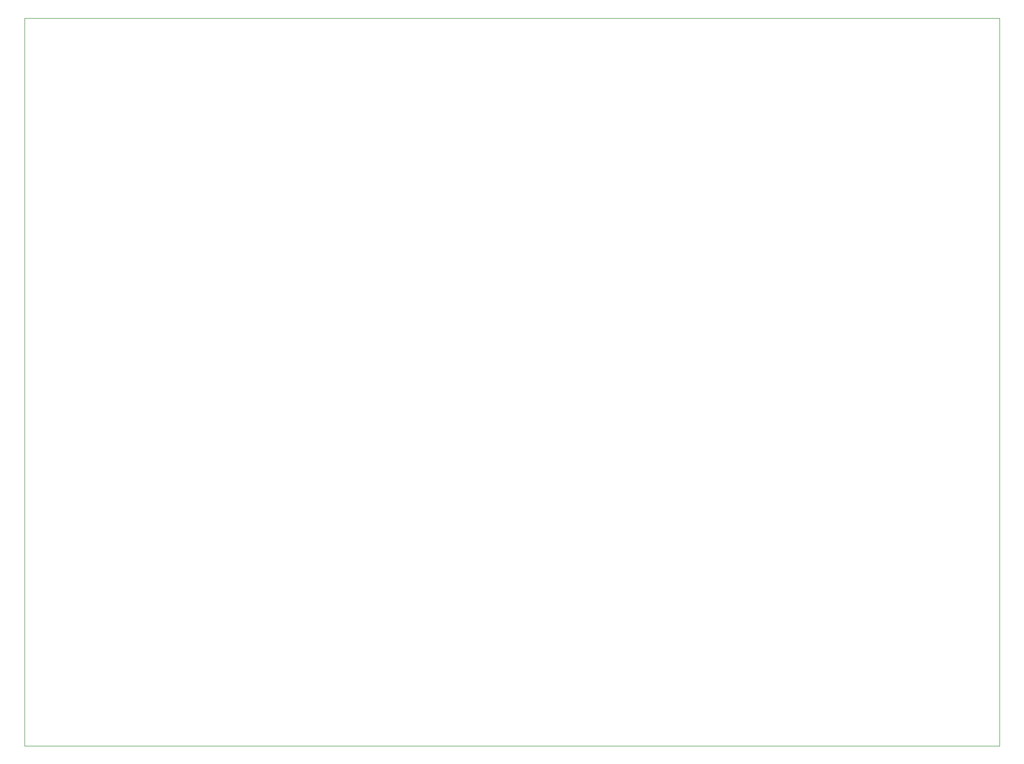
<source format=gm1>
G04 #@! TF.GenerationSoftware,KiCad,Pcbnew,8.0.3*
G04 #@! TF.CreationDate,2024-08-13T11:44:21+03:00*
G04 #@! TF.ProjectId,Keyboard_stm32,4b657962-6f61-4726-945f-73746d33322e,rev?*
G04 #@! TF.SameCoordinates,Original*
G04 #@! TF.FileFunction,Profile,NP*
%FSLAX46Y46*%
G04 Gerber Fmt 4.6, Leading zero omitted, Abs format (unit mm)*
G04 Created by KiCad (PCBNEW 8.0.3) date 2024-08-13 11:44:21*
%MOMM*%
%LPD*%
G01*
G04 APERTURE LIST*
G04 #@! TA.AperFunction,Profile*
%ADD10C,0.050000*%
G04 #@! TD*
G04 APERTURE END LIST*
D10*
X63150000Y-26850000D02*
X231450000Y-26850000D01*
X231450000Y-152550000D01*
X63150000Y-152550000D01*
X63150000Y-26850000D01*
M02*

</source>
